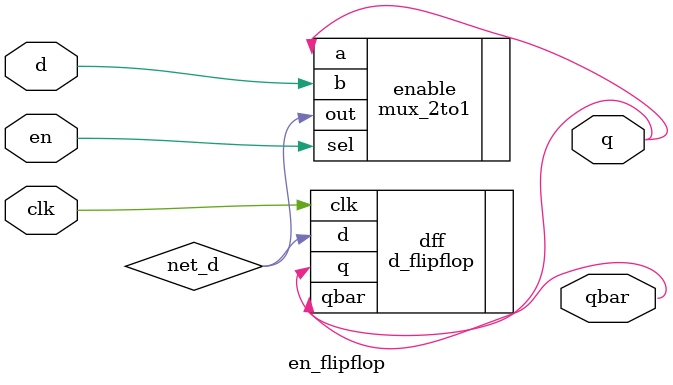
<source format=v>
`timescale 1ns / 1ps


module en_flipflop(
    input en, clk, d,
    output q, qbar
    );
    wire net_d, q;
    
    mux_2to1 enable(.a(q), .b(d), .sel(en), .out(net_d));
    
    d_flipflop dff(.clk(clk), .d(net_d), .q(q), .qbar(qbar));
    
endmodule

</source>
